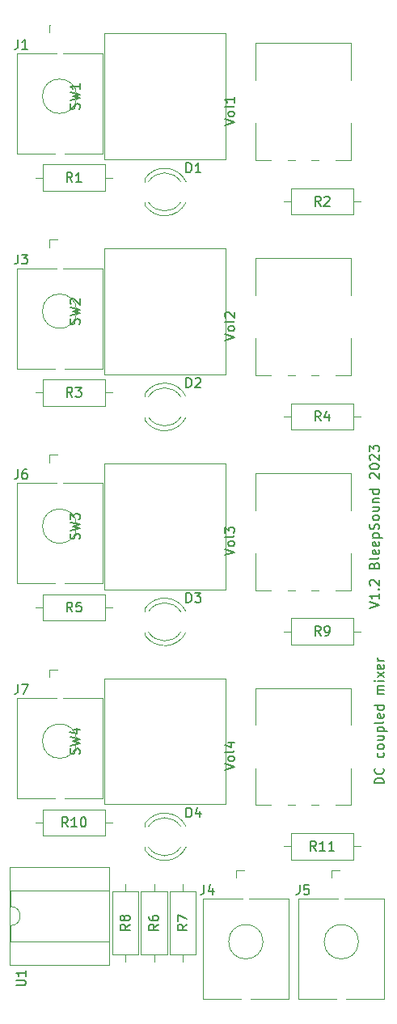
<source format=gto>
G04 #@! TF.GenerationSoftware,KiCad,Pcbnew,7.0.7-7.0.7~ubuntu22.04.1*
G04 #@! TF.CreationDate,2023-10-13T14:43:32+01:00*
G04 #@! TF.ProjectId,Basic-DC-mixer,42617369-632d-4444-932d-6d697865722e,rev?*
G04 #@! TF.SameCoordinates,Original*
G04 #@! TF.FileFunction,Legend,Top*
G04 #@! TF.FilePolarity,Positive*
%FSLAX46Y46*%
G04 Gerber Fmt 4.6, Leading zero omitted, Abs format (unit mm)*
G04 Created by KiCad (PCBNEW 7.0.7-7.0.7~ubuntu22.04.1) date 2023-10-13 14:43:32*
%MOMM*%
%LPD*%
G01*
G04 APERTURE LIST*
%ADD10C,0.150000*%
%ADD11C,0.120000*%
%ADD12C,4.000000*%
%ADD13C,1.800000*%
%ADD14R,1.930000X1.830000*%
%ADD15C,2.130000*%
%ADD16O,3.700000X2.400000*%
%ADD17C,1.600000*%
%ADD18O,1.600000X1.600000*%
%ADD19R,1.800000X1.800000*%
%ADD20R,1.600000X1.600000*%
%ADD21C,1.700000*%
G04 APERTURE END LIST*
D10*
X69454819Y-111900000D02*
X68454819Y-111900000D01*
X68454819Y-111900000D02*
X68454819Y-111661905D01*
X68454819Y-111661905D02*
X68502438Y-111519048D01*
X68502438Y-111519048D02*
X68597676Y-111423810D01*
X68597676Y-111423810D02*
X68692914Y-111376191D01*
X68692914Y-111376191D02*
X68883390Y-111328572D01*
X68883390Y-111328572D02*
X69026247Y-111328572D01*
X69026247Y-111328572D02*
X69216723Y-111376191D01*
X69216723Y-111376191D02*
X69311961Y-111423810D01*
X69311961Y-111423810D02*
X69407200Y-111519048D01*
X69407200Y-111519048D02*
X69454819Y-111661905D01*
X69454819Y-111661905D02*
X69454819Y-111900000D01*
X69359580Y-110328572D02*
X69407200Y-110376191D01*
X69407200Y-110376191D02*
X69454819Y-110519048D01*
X69454819Y-110519048D02*
X69454819Y-110614286D01*
X69454819Y-110614286D02*
X69407200Y-110757143D01*
X69407200Y-110757143D02*
X69311961Y-110852381D01*
X69311961Y-110852381D02*
X69216723Y-110900000D01*
X69216723Y-110900000D02*
X69026247Y-110947619D01*
X69026247Y-110947619D02*
X68883390Y-110947619D01*
X68883390Y-110947619D02*
X68692914Y-110900000D01*
X68692914Y-110900000D02*
X68597676Y-110852381D01*
X68597676Y-110852381D02*
X68502438Y-110757143D01*
X68502438Y-110757143D02*
X68454819Y-110614286D01*
X68454819Y-110614286D02*
X68454819Y-110519048D01*
X68454819Y-110519048D02*
X68502438Y-110376191D01*
X68502438Y-110376191D02*
X68550057Y-110328572D01*
X69407200Y-108709524D02*
X69454819Y-108804762D01*
X69454819Y-108804762D02*
X69454819Y-108995238D01*
X69454819Y-108995238D02*
X69407200Y-109090476D01*
X69407200Y-109090476D02*
X69359580Y-109138095D01*
X69359580Y-109138095D02*
X69264342Y-109185714D01*
X69264342Y-109185714D02*
X68978628Y-109185714D01*
X68978628Y-109185714D02*
X68883390Y-109138095D01*
X68883390Y-109138095D02*
X68835771Y-109090476D01*
X68835771Y-109090476D02*
X68788152Y-108995238D01*
X68788152Y-108995238D02*
X68788152Y-108804762D01*
X68788152Y-108804762D02*
X68835771Y-108709524D01*
X69454819Y-108138095D02*
X69407200Y-108233333D01*
X69407200Y-108233333D02*
X69359580Y-108280952D01*
X69359580Y-108280952D02*
X69264342Y-108328571D01*
X69264342Y-108328571D02*
X68978628Y-108328571D01*
X68978628Y-108328571D02*
X68883390Y-108280952D01*
X68883390Y-108280952D02*
X68835771Y-108233333D01*
X68835771Y-108233333D02*
X68788152Y-108138095D01*
X68788152Y-108138095D02*
X68788152Y-107995238D01*
X68788152Y-107995238D02*
X68835771Y-107900000D01*
X68835771Y-107900000D02*
X68883390Y-107852381D01*
X68883390Y-107852381D02*
X68978628Y-107804762D01*
X68978628Y-107804762D02*
X69264342Y-107804762D01*
X69264342Y-107804762D02*
X69359580Y-107852381D01*
X69359580Y-107852381D02*
X69407200Y-107900000D01*
X69407200Y-107900000D02*
X69454819Y-107995238D01*
X69454819Y-107995238D02*
X69454819Y-108138095D01*
X68788152Y-106947619D02*
X69454819Y-106947619D01*
X68788152Y-107376190D02*
X69311961Y-107376190D01*
X69311961Y-107376190D02*
X69407200Y-107328571D01*
X69407200Y-107328571D02*
X69454819Y-107233333D01*
X69454819Y-107233333D02*
X69454819Y-107090476D01*
X69454819Y-107090476D02*
X69407200Y-106995238D01*
X69407200Y-106995238D02*
X69359580Y-106947619D01*
X68788152Y-106471428D02*
X69788152Y-106471428D01*
X68835771Y-106471428D02*
X68788152Y-106376190D01*
X68788152Y-106376190D02*
X68788152Y-106185714D01*
X68788152Y-106185714D02*
X68835771Y-106090476D01*
X68835771Y-106090476D02*
X68883390Y-106042857D01*
X68883390Y-106042857D02*
X68978628Y-105995238D01*
X68978628Y-105995238D02*
X69264342Y-105995238D01*
X69264342Y-105995238D02*
X69359580Y-106042857D01*
X69359580Y-106042857D02*
X69407200Y-106090476D01*
X69407200Y-106090476D02*
X69454819Y-106185714D01*
X69454819Y-106185714D02*
X69454819Y-106376190D01*
X69454819Y-106376190D02*
X69407200Y-106471428D01*
X69454819Y-105423809D02*
X69407200Y-105519047D01*
X69407200Y-105519047D02*
X69311961Y-105566666D01*
X69311961Y-105566666D02*
X68454819Y-105566666D01*
X69407200Y-104661904D02*
X69454819Y-104757142D01*
X69454819Y-104757142D02*
X69454819Y-104947618D01*
X69454819Y-104947618D02*
X69407200Y-105042856D01*
X69407200Y-105042856D02*
X69311961Y-105090475D01*
X69311961Y-105090475D02*
X68931009Y-105090475D01*
X68931009Y-105090475D02*
X68835771Y-105042856D01*
X68835771Y-105042856D02*
X68788152Y-104947618D01*
X68788152Y-104947618D02*
X68788152Y-104757142D01*
X68788152Y-104757142D02*
X68835771Y-104661904D01*
X68835771Y-104661904D02*
X68931009Y-104614285D01*
X68931009Y-104614285D02*
X69026247Y-104614285D01*
X69026247Y-104614285D02*
X69121485Y-105090475D01*
X69454819Y-103757142D02*
X68454819Y-103757142D01*
X69407200Y-103757142D02*
X69454819Y-103852380D01*
X69454819Y-103852380D02*
X69454819Y-104042856D01*
X69454819Y-104042856D02*
X69407200Y-104138094D01*
X69407200Y-104138094D02*
X69359580Y-104185713D01*
X69359580Y-104185713D02*
X69264342Y-104233332D01*
X69264342Y-104233332D02*
X68978628Y-104233332D01*
X68978628Y-104233332D02*
X68883390Y-104185713D01*
X68883390Y-104185713D02*
X68835771Y-104138094D01*
X68835771Y-104138094D02*
X68788152Y-104042856D01*
X68788152Y-104042856D02*
X68788152Y-103852380D01*
X68788152Y-103852380D02*
X68835771Y-103757142D01*
X69454819Y-102519046D02*
X68788152Y-102519046D01*
X68883390Y-102519046D02*
X68835771Y-102471427D01*
X68835771Y-102471427D02*
X68788152Y-102376189D01*
X68788152Y-102376189D02*
X68788152Y-102233332D01*
X68788152Y-102233332D02*
X68835771Y-102138094D01*
X68835771Y-102138094D02*
X68931009Y-102090475D01*
X68931009Y-102090475D02*
X69454819Y-102090475D01*
X68931009Y-102090475D02*
X68835771Y-102042856D01*
X68835771Y-102042856D02*
X68788152Y-101947618D01*
X68788152Y-101947618D02*
X68788152Y-101804761D01*
X68788152Y-101804761D02*
X68835771Y-101709522D01*
X68835771Y-101709522D02*
X68931009Y-101661903D01*
X68931009Y-101661903D02*
X69454819Y-101661903D01*
X69454819Y-101185713D02*
X68788152Y-101185713D01*
X68454819Y-101185713D02*
X68502438Y-101233332D01*
X68502438Y-101233332D02*
X68550057Y-101185713D01*
X68550057Y-101185713D02*
X68502438Y-101138094D01*
X68502438Y-101138094D02*
X68454819Y-101185713D01*
X68454819Y-101185713D02*
X68550057Y-101185713D01*
X69454819Y-100804761D02*
X68788152Y-100280952D01*
X68788152Y-100804761D02*
X69454819Y-100280952D01*
X69407200Y-99519047D02*
X69454819Y-99614285D01*
X69454819Y-99614285D02*
X69454819Y-99804761D01*
X69454819Y-99804761D02*
X69407200Y-99899999D01*
X69407200Y-99899999D02*
X69311961Y-99947618D01*
X69311961Y-99947618D02*
X68931009Y-99947618D01*
X68931009Y-99947618D02*
X68835771Y-99899999D01*
X68835771Y-99899999D02*
X68788152Y-99804761D01*
X68788152Y-99804761D02*
X68788152Y-99614285D01*
X68788152Y-99614285D02*
X68835771Y-99519047D01*
X68835771Y-99519047D02*
X68931009Y-99471428D01*
X68931009Y-99471428D02*
X69026247Y-99471428D01*
X69026247Y-99471428D02*
X69121485Y-99947618D01*
X69454819Y-99042856D02*
X68788152Y-99042856D01*
X68978628Y-99042856D02*
X68883390Y-98995237D01*
X68883390Y-98995237D02*
X68835771Y-98947618D01*
X68835771Y-98947618D02*
X68788152Y-98852380D01*
X68788152Y-98852380D02*
X68788152Y-98757142D01*
X67954819Y-93547619D02*
X68954819Y-93214286D01*
X68954819Y-93214286D02*
X67954819Y-92880953D01*
X68954819Y-92023810D02*
X68954819Y-92595238D01*
X68954819Y-92309524D02*
X67954819Y-92309524D01*
X67954819Y-92309524D02*
X68097676Y-92404762D01*
X68097676Y-92404762D02*
X68192914Y-92500000D01*
X68192914Y-92500000D02*
X68240533Y-92595238D01*
X68859580Y-91595238D02*
X68907200Y-91547619D01*
X68907200Y-91547619D02*
X68954819Y-91595238D01*
X68954819Y-91595238D02*
X68907200Y-91642857D01*
X68907200Y-91642857D02*
X68859580Y-91595238D01*
X68859580Y-91595238D02*
X68954819Y-91595238D01*
X68050057Y-91166667D02*
X68002438Y-91119048D01*
X68002438Y-91119048D02*
X67954819Y-91023810D01*
X67954819Y-91023810D02*
X67954819Y-90785715D01*
X67954819Y-90785715D02*
X68002438Y-90690477D01*
X68002438Y-90690477D02*
X68050057Y-90642858D01*
X68050057Y-90642858D02*
X68145295Y-90595239D01*
X68145295Y-90595239D02*
X68240533Y-90595239D01*
X68240533Y-90595239D02*
X68383390Y-90642858D01*
X68383390Y-90642858D02*
X68954819Y-91214286D01*
X68954819Y-91214286D02*
X68954819Y-90595239D01*
X68431009Y-89071429D02*
X68478628Y-88928572D01*
X68478628Y-88928572D02*
X68526247Y-88880953D01*
X68526247Y-88880953D02*
X68621485Y-88833334D01*
X68621485Y-88833334D02*
X68764342Y-88833334D01*
X68764342Y-88833334D02*
X68859580Y-88880953D01*
X68859580Y-88880953D02*
X68907200Y-88928572D01*
X68907200Y-88928572D02*
X68954819Y-89023810D01*
X68954819Y-89023810D02*
X68954819Y-89404762D01*
X68954819Y-89404762D02*
X67954819Y-89404762D01*
X67954819Y-89404762D02*
X67954819Y-89071429D01*
X67954819Y-89071429D02*
X68002438Y-88976191D01*
X68002438Y-88976191D02*
X68050057Y-88928572D01*
X68050057Y-88928572D02*
X68145295Y-88880953D01*
X68145295Y-88880953D02*
X68240533Y-88880953D01*
X68240533Y-88880953D02*
X68335771Y-88928572D01*
X68335771Y-88928572D02*
X68383390Y-88976191D01*
X68383390Y-88976191D02*
X68431009Y-89071429D01*
X68431009Y-89071429D02*
X68431009Y-89404762D01*
X68954819Y-88261905D02*
X68907200Y-88357143D01*
X68907200Y-88357143D02*
X68811961Y-88404762D01*
X68811961Y-88404762D02*
X67954819Y-88404762D01*
X68907200Y-87500000D02*
X68954819Y-87595238D01*
X68954819Y-87595238D02*
X68954819Y-87785714D01*
X68954819Y-87785714D02*
X68907200Y-87880952D01*
X68907200Y-87880952D02*
X68811961Y-87928571D01*
X68811961Y-87928571D02*
X68431009Y-87928571D01*
X68431009Y-87928571D02*
X68335771Y-87880952D01*
X68335771Y-87880952D02*
X68288152Y-87785714D01*
X68288152Y-87785714D02*
X68288152Y-87595238D01*
X68288152Y-87595238D02*
X68335771Y-87500000D01*
X68335771Y-87500000D02*
X68431009Y-87452381D01*
X68431009Y-87452381D02*
X68526247Y-87452381D01*
X68526247Y-87452381D02*
X68621485Y-87928571D01*
X68907200Y-86642857D02*
X68954819Y-86738095D01*
X68954819Y-86738095D02*
X68954819Y-86928571D01*
X68954819Y-86928571D02*
X68907200Y-87023809D01*
X68907200Y-87023809D02*
X68811961Y-87071428D01*
X68811961Y-87071428D02*
X68431009Y-87071428D01*
X68431009Y-87071428D02*
X68335771Y-87023809D01*
X68335771Y-87023809D02*
X68288152Y-86928571D01*
X68288152Y-86928571D02*
X68288152Y-86738095D01*
X68288152Y-86738095D02*
X68335771Y-86642857D01*
X68335771Y-86642857D02*
X68431009Y-86595238D01*
X68431009Y-86595238D02*
X68526247Y-86595238D01*
X68526247Y-86595238D02*
X68621485Y-87071428D01*
X68288152Y-86166666D02*
X69288152Y-86166666D01*
X68335771Y-86166666D02*
X68288152Y-86071428D01*
X68288152Y-86071428D02*
X68288152Y-85880952D01*
X68288152Y-85880952D02*
X68335771Y-85785714D01*
X68335771Y-85785714D02*
X68383390Y-85738095D01*
X68383390Y-85738095D02*
X68478628Y-85690476D01*
X68478628Y-85690476D02*
X68764342Y-85690476D01*
X68764342Y-85690476D02*
X68859580Y-85738095D01*
X68859580Y-85738095D02*
X68907200Y-85785714D01*
X68907200Y-85785714D02*
X68954819Y-85880952D01*
X68954819Y-85880952D02*
X68954819Y-86071428D01*
X68954819Y-86071428D02*
X68907200Y-86166666D01*
X68907200Y-85309523D02*
X68954819Y-85166666D01*
X68954819Y-85166666D02*
X68954819Y-84928571D01*
X68954819Y-84928571D02*
X68907200Y-84833333D01*
X68907200Y-84833333D02*
X68859580Y-84785714D01*
X68859580Y-84785714D02*
X68764342Y-84738095D01*
X68764342Y-84738095D02*
X68669104Y-84738095D01*
X68669104Y-84738095D02*
X68573866Y-84785714D01*
X68573866Y-84785714D02*
X68526247Y-84833333D01*
X68526247Y-84833333D02*
X68478628Y-84928571D01*
X68478628Y-84928571D02*
X68431009Y-85119047D01*
X68431009Y-85119047D02*
X68383390Y-85214285D01*
X68383390Y-85214285D02*
X68335771Y-85261904D01*
X68335771Y-85261904D02*
X68240533Y-85309523D01*
X68240533Y-85309523D02*
X68145295Y-85309523D01*
X68145295Y-85309523D02*
X68050057Y-85261904D01*
X68050057Y-85261904D02*
X68002438Y-85214285D01*
X68002438Y-85214285D02*
X67954819Y-85119047D01*
X67954819Y-85119047D02*
X67954819Y-84880952D01*
X67954819Y-84880952D02*
X68002438Y-84738095D01*
X68954819Y-84166666D02*
X68907200Y-84261904D01*
X68907200Y-84261904D02*
X68859580Y-84309523D01*
X68859580Y-84309523D02*
X68764342Y-84357142D01*
X68764342Y-84357142D02*
X68478628Y-84357142D01*
X68478628Y-84357142D02*
X68383390Y-84309523D01*
X68383390Y-84309523D02*
X68335771Y-84261904D01*
X68335771Y-84261904D02*
X68288152Y-84166666D01*
X68288152Y-84166666D02*
X68288152Y-84023809D01*
X68288152Y-84023809D02*
X68335771Y-83928571D01*
X68335771Y-83928571D02*
X68383390Y-83880952D01*
X68383390Y-83880952D02*
X68478628Y-83833333D01*
X68478628Y-83833333D02*
X68764342Y-83833333D01*
X68764342Y-83833333D02*
X68859580Y-83880952D01*
X68859580Y-83880952D02*
X68907200Y-83928571D01*
X68907200Y-83928571D02*
X68954819Y-84023809D01*
X68954819Y-84023809D02*
X68954819Y-84166666D01*
X68288152Y-82976190D02*
X68954819Y-82976190D01*
X68288152Y-83404761D02*
X68811961Y-83404761D01*
X68811961Y-83404761D02*
X68907200Y-83357142D01*
X68907200Y-83357142D02*
X68954819Y-83261904D01*
X68954819Y-83261904D02*
X68954819Y-83119047D01*
X68954819Y-83119047D02*
X68907200Y-83023809D01*
X68907200Y-83023809D02*
X68859580Y-82976190D01*
X68288152Y-82499999D02*
X68954819Y-82499999D01*
X68383390Y-82499999D02*
X68335771Y-82452380D01*
X68335771Y-82452380D02*
X68288152Y-82357142D01*
X68288152Y-82357142D02*
X68288152Y-82214285D01*
X68288152Y-82214285D02*
X68335771Y-82119047D01*
X68335771Y-82119047D02*
X68431009Y-82071428D01*
X68431009Y-82071428D02*
X68954819Y-82071428D01*
X68954819Y-81166666D02*
X67954819Y-81166666D01*
X68907200Y-81166666D02*
X68954819Y-81261904D01*
X68954819Y-81261904D02*
X68954819Y-81452380D01*
X68954819Y-81452380D02*
X68907200Y-81547618D01*
X68907200Y-81547618D02*
X68859580Y-81595237D01*
X68859580Y-81595237D02*
X68764342Y-81642856D01*
X68764342Y-81642856D02*
X68478628Y-81642856D01*
X68478628Y-81642856D02*
X68383390Y-81595237D01*
X68383390Y-81595237D02*
X68335771Y-81547618D01*
X68335771Y-81547618D02*
X68288152Y-81452380D01*
X68288152Y-81452380D02*
X68288152Y-81261904D01*
X68288152Y-81261904D02*
X68335771Y-81166666D01*
X68050057Y-79976189D02*
X68002438Y-79928570D01*
X68002438Y-79928570D02*
X67954819Y-79833332D01*
X67954819Y-79833332D02*
X67954819Y-79595237D01*
X67954819Y-79595237D02*
X68002438Y-79499999D01*
X68002438Y-79499999D02*
X68050057Y-79452380D01*
X68050057Y-79452380D02*
X68145295Y-79404761D01*
X68145295Y-79404761D02*
X68240533Y-79404761D01*
X68240533Y-79404761D02*
X68383390Y-79452380D01*
X68383390Y-79452380D02*
X68954819Y-80023808D01*
X68954819Y-80023808D02*
X68954819Y-79404761D01*
X67954819Y-78785713D02*
X67954819Y-78690475D01*
X67954819Y-78690475D02*
X68002438Y-78595237D01*
X68002438Y-78595237D02*
X68050057Y-78547618D01*
X68050057Y-78547618D02*
X68145295Y-78499999D01*
X68145295Y-78499999D02*
X68335771Y-78452380D01*
X68335771Y-78452380D02*
X68573866Y-78452380D01*
X68573866Y-78452380D02*
X68764342Y-78499999D01*
X68764342Y-78499999D02*
X68859580Y-78547618D01*
X68859580Y-78547618D02*
X68907200Y-78595237D01*
X68907200Y-78595237D02*
X68954819Y-78690475D01*
X68954819Y-78690475D02*
X68954819Y-78785713D01*
X68954819Y-78785713D02*
X68907200Y-78880951D01*
X68907200Y-78880951D02*
X68859580Y-78928570D01*
X68859580Y-78928570D02*
X68764342Y-78976189D01*
X68764342Y-78976189D02*
X68573866Y-79023808D01*
X68573866Y-79023808D02*
X68335771Y-79023808D01*
X68335771Y-79023808D02*
X68145295Y-78976189D01*
X68145295Y-78976189D02*
X68050057Y-78928570D01*
X68050057Y-78928570D02*
X68002438Y-78880951D01*
X68002438Y-78880951D02*
X67954819Y-78785713D01*
X68050057Y-78071427D02*
X68002438Y-78023808D01*
X68002438Y-78023808D02*
X67954819Y-77928570D01*
X67954819Y-77928570D02*
X67954819Y-77690475D01*
X67954819Y-77690475D02*
X68002438Y-77595237D01*
X68002438Y-77595237D02*
X68050057Y-77547618D01*
X68050057Y-77547618D02*
X68145295Y-77499999D01*
X68145295Y-77499999D02*
X68240533Y-77499999D01*
X68240533Y-77499999D02*
X68383390Y-77547618D01*
X68383390Y-77547618D02*
X68954819Y-78119046D01*
X68954819Y-78119046D02*
X68954819Y-77499999D01*
X67954819Y-77166665D02*
X67954819Y-76547618D01*
X67954819Y-76547618D02*
X68335771Y-76880951D01*
X68335771Y-76880951D02*
X68335771Y-76738094D01*
X68335771Y-76738094D02*
X68383390Y-76642856D01*
X68383390Y-76642856D02*
X68431009Y-76595237D01*
X68431009Y-76595237D02*
X68526247Y-76547618D01*
X68526247Y-76547618D02*
X68764342Y-76547618D01*
X68764342Y-76547618D02*
X68859580Y-76595237D01*
X68859580Y-76595237D02*
X68907200Y-76642856D01*
X68907200Y-76642856D02*
X68954819Y-76738094D01*
X68954819Y-76738094D02*
X68954819Y-77023808D01*
X68954819Y-77023808D02*
X68907200Y-77119046D01*
X68907200Y-77119046D02*
X68859580Y-77166665D01*
X52804819Y-88023809D02*
X53804819Y-87690476D01*
X53804819Y-87690476D02*
X52804819Y-87357143D01*
X53804819Y-86880952D02*
X53757200Y-86976190D01*
X53757200Y-86976190D02*
X53709580Y-87023809D01*
X53709580Y-87023809D02*
X53614342Y-87071428D01*
X53614342Y-87071428D02*
X53328628Y-87071428D01*
X53328628Y-87071428D02*
X53233390Y-87023809D01*
X53233390Y-87023809D02*
X53185771Y-86976190D01*
X53185771Y-86976190D02*
X53138152Y-86880952D01*
X53138152Y-86880952D02*
X53138152Y-86738095D01*
X53138152Y-86738095D02*
X53185771Y-86642857D01*
X53185771Y-86642857D02*
X53233390Y-86595238D01*
X53233390Y-86595238D02*
X53328628Y-86547619D01*
X53328628Y-86547619D02*
X53614342Y-86547619D01*
X53614342Y-86547619D02*
X53709580Y-86595238D01*
X53709580Y-86595238D02*
X53757200Y-86642857D01*
X53757200Y-86642857D02*
X53804819Y-86738095D01*
X53804819Y-86738095D02*
X53804819Y-86880952D01*
X53804819Y-85976190D02*
X53757200Y-86071428D01*
X53757200Y-86071428D02*
X53661961Y-86119047D01*
X53661961Y-86119047D02*
X52804819Y-86119047D01*
X52804819Y-85690475D02*
X52804819Y-85071428D01*
X52804819Y-85071428D02*
X53185771Y-85404761D01*
X53185771Y-85404761D02*
X53185771Y-85261904D01*
X53185771Y-85261904D02*
X53233390Y-85166666D01*
X53233390Y-85166666D02*
X53281009Y-85119047D01*
X53281009Y-85119047D02*
X53376247Y-85071428D01*
X53376247Y-85071428D02*
X53614342Y-85071428D01*
X53614342Y-85071428D02*
X53709580Y-85119047D01*
X53709580Y-85119047D02*
X53757200Y-85166666D01*
X53757200Y-85166666D02*
X53804819Y-85261904D01*
X53804819Y-85261904D02*
X53804819Y-85547618D01*
X53804819Y-85547618D02*
X53757200Y-85642856D01*
X53757200Y-85642856D02*
X53709580Y-85690475D01*
X52804819Y-110523809D02*
X53804819Y-110190476D01*
X53804819Y-110190476D02*
X52804819Y-109857143D01*
X53804819Y-109380952D02*
X53757200Y-109476190D01*
X53757200Y-109476190D02*
X53709580Y-109523809D01*
X53709580Y-109523809D02*
X53614342Y-109571428D01*
X53614342Y-109571428D02*
X53328628Y-109571428D01*
X53328628Y-109571428D02*
X53233390Y-109523809D01*
X53233390Y-109523809D02*
X53185771Y-109476190D01*
X53185771Y-109476190D02*
X53138152Y-109380952D01*
X53138152Y-109380952D02*
X53138152Y-109238095D01*
X53138152Y-109238095D02*
X53185771Y-109142857D01*
X53185771Y-109142857D02*
X53233390Y-109095238D01*
X53233390Y-109095238D02*
X53328628Y-109047619D01*
X53328628Y-109047619D02*
X53614342Y-109047619D01*
X53614342Y-109047619D02*
X53709580Y-109095238D01*
X53709580Y-109095238D02*
X53757200Y-109142857D01*
X53757200Y-109142857D02*
X53804819Y-109238095D01*
X53804819Y-109238095D02*
X53804819Y-109380952D01*
X53804819Y-108476190D02*
X53757200Y-108571428D01*
X53757200Y-108571428D02*
X53661961Y-108619047D01*
X53661961Y-108619047D02*
X52804819Y-108619047D01*
X53138152Y-107666666D02*
X53804819Y-107666666D01*
X52757200Y-107904761D02*
X53471485Y-108142856D01*
X53471485Y-108142856D02*
X53471485Y-107523809D01*
X50636666Y-122534819D02*
X50636666Y-123249104D01*
X50636666Y-123249104D02*
X50589047Y-123391961D01*
X50589047Y-123391961D02*
X50493809Y-123487200D01*
X50493809Y-123487200D02*
X50350952Y-123534819D01*
X50350952Y-123534819D02*
X50255714Y-123534819D01*
X51541428Y-122868152D02*
X51541428Y-123534819D01*
X51303333Y-122487200D02*
X51065238Y-123201485D01*
X51065238Y-123201485D02*
X51684285Y-123201485D01*
X37557200Y-108833332D02*
X37604819Y-108690475D01*
X37604819Y-108690475D02*
X37604819Y-108452380D01*
X37604819Y-108452380D02*
X37557200Y-108357142D01*
X37557200Y-108357142D02*
X37509580Y-108309523D01*
X37509580Y-108309523D02*
X37414342Y-108261904D01*
X37414342Y-108261904D02*
X37319104Y-108261904D01*
X37319104Y-108261904D02*
X37223866Y-108309523D01*
X37223866Y-108309523D02*
X37176247Y-108357142D01*
X37176247Y-108357142D02*
X37128628Y-108452380D01*
X37128628Y-108452380D02*
X37081009Y-108642856D01*
X37081009Y-108642856D02*
X37033390Y-108738094D01*
X37033390Y-108738094D02*
X36985771Y-108785713D01*
X36985771Y-108785713D02*
X36890533Y-108833332D01*
X36890533Y-108833332D02*
X36795295Y-108833332D01*
X36795295Y-108833332D02*
X36700057Y-108785713D01*
X36700057Y-108785713D02*
X36652438Y-108738094D01*
X36652438Y-108738094D02*
X36604819Y-108642856D01*
X36604819Y-108642856D02*
X36604819Y-108404761D01*
X36604819Y-108404761D02*
X36652438Y-108261904D01*
X36604819Y-107928570D02*
X37604819Y-107690475D01*
X37604819Y-107690475D02*
X36890533Y-107499999D01*
X36890533Y-107499999D02*
X37604819Y-107309523D01*
X37604819Y-107309523D02*
X36604819Y-107071428D01*
X36938152Y-106261904D02*
X37604819Y-106261904D01*
X36557200Y-106499999D02*
X37271485Y-106738094D01*
X37271485Y-106738094D02*
X37271485Y-106119047D01*
X42854819Y-126666666D02*
X42378628Y-126999999D01*
X42854819Y-127238094D02*
X41854819Y-127238094D01*
X41854819Y-127238094D02*
X41854819Y-126857142D01*
X41854819Y-126857142D02*
X41902438Y-126761904D01*
X41902438Y-126761904D02*
X41950057Y-126714285D01*
X41950057Y-126714285D02*
X42045295Y-126666666D01*
X42045295Y-126666666D02*
X42188152Y-126666666D01*
X42188152Y-126666666D02*
X42283390Y-126714285D01*
X42283390Y-126714285D02*
X42331009Y-126761904D01*
X42331009Y-126761904D02*
X42378628Y-126857142D01*
X42378628Y-126857142D02*
X42378628Y-127238094D01*
X42283390Y-126095237D02*
X42235771Y-126190475D01*
X42235771Y-126190475D02*
X42188152Y-126238094D01*
X42188152Y-126238094D02*
X42092914Y-126285713D01*
X42092914Y-126285713D02*
X42045295Y-126285713D01*
X42045295Y-126285713D02*
X41950057Y-126238094D01*
X41950057Y-126238094D02*
X41902438Y-126190475D01*
X41902438Y-126190475D02*
X41854819Y-126095237D01*
X41854819Y-126095237D02*
X41854819Y-125904761D01*
X41854819Y-125904761D02*
X41902438Y-125809523D01*
X41902438Y-125809523D02*
X41950057Y-125761904D01*
X41950057Y-125761904D02*
X42045295Y-125714285D01*
X42045295Y-125714285D02*
X42092914Y-125714285D01*
X42092914Y-125714285D02*
X42188152Y-125761904D01*
X42188152Y-125761904D02*
X42235771Y-125809523D01*
X42235771Y-125809523D02*
X42283390Y-125904761D01*
X42283390Y-125904761D02*
X42283390Y-126095237D01*
X42283390Y-126095237D02*
X42331009Y-126190475D01*
X42331009Y-126190475D02*
X42378628Y-126238094D01*
X42378628Y-126238094D02*
X42473866Y-126285713D01*
X42473866Y-126285713D02*
X42664342Y-126285713D01*
X42664342Y-126285713D02*
X42759580Y-126238094D01*
X42759580Y-126238094D02*
X42807200Y-126190475D01*
X42807200Y-126190475D02*
X42854819Y-126095237D01*
X42854819Y-126095237D02*
X42854819Y-125904761D01*
X42854819Y-125904761D02*
X42807200Y-125809523D01*
X42807200Y-125809523D02*
X42759580Y-125761904D01*
X42759580Y-125761904D02*
X42664342Y-125714285D01*
X42664342Y-125714285D02*
X42473866Y-125714285D01*
X42473866Y-125714285D02*
X42378628Y-125761904D01*
X42378628Y-125761904D02*
X42331009Y-125809523D01*
X42331009Y-125809523D02*
X42283390Y-125904761D01*
X48761905Y-70454819D02*
X48761905Y-69454819D01*
X48761905Y-69454819D02*
X49000000Y-69454819D01*
X49000000Y-69454819D02*
X49142857Y-69502438D01*
X49142857Y-69502438D02*
X49238095Y-69597676D01*
X49238095Y-69597676D02*
X49285714Y-69692914D01*
X49285714Y-69692914D02*
X49333333Y-69883390D01*
X49333333Y-69883390D02*
X49333333Y-70026247D01*
X49333333Y-70026247D02*
X49285714Y-70216723D01*
X49285714Y-70216723D02*
X49238095Y-70311961D01*
X49238095Y-70311961D02*
X49142857Y-70407200D01*
X49142857Y-70407200D02*
X49000000Y-70454819D01*
X49000000Y-70454819D02*
X48761905Y-70454819D01*
X49714286Y-69550057D02*
X49761905Y-69502438D01*
X49761905Y-69502438D02*
X49857143Y-69454819D01*
X49857143Y-69454819D02*
X50095238Y-69454819D01*
X50095238Y-69454819D02*
X50190476Y-69502438D01*
X50190476Y-69502438D02*
X50238095Y-69550057D01*
X50238095Y-69550057D02*
X50285714Y-69645295D01*
X50285714Y-69645295D02*
X50285714Y-69740533D01*
X50285714Y-69740533D02*
X50238095Y-69883390D01*
X50238095Y-69883390D02*
X49666667Y-70454819D01*
X49666667Y-70454819D02*
X50285714Y-70454819D01*
X62357142Y-118954819D02*
X62023809Y-118478628D01*
X61785714Y-118954819D02*
X61785714Y-117954819D01*
X61785714Y-117954819D02*
X62166666Y-117954819D01*
X62166666Y-117954819D02*
X62261904Y-118002438D01*
X62261904Y-118002438D02*
X62309523Y-118050057D01*
X62309523Y-118050057D02*
X62357142Y-118145295D01*
X62357142Y-118145295D02*
X62357142Y-118288152D01*
X62357142Y-118288152D02*
X62309523Y-118383390D01*
X62309523Y-118383390D02*
X62261904Y-118431009D01*
X62261904Y-118431009D02*
X62166666Y-118478628D01*
X62166666Y-118478628D02*
X61785714Y-118478628D01*
X63309523Y-118954819D02*
X62738095Y-118954819D01*
X63023809Y-118954819D02*
X63023809Y-117954819D01*
X63023809Y-117954819D02*
X62928571Y-118097676D01*
X62928571Y-118097676D02*
X62833333Y-118192914D01*
X62833333Y-118192914D02*
X62738095Y-118240533D01*
X64261904Y-118954819D02*
X63690476Y-118954819D01*
X63976190Y-118954819D02*
X63976190Y-117954819D01*
X63976190Y-117954819D02*
X63880952Y-118097676D01*
X63880952Y-118097676D02*
X63785714Y-118192914D01*
X63785714Y-118192914D02*
X63690476Y-118240533D01*
X62833333Y-96454819D02*
X62500000Y-95978628D01*
X62261905Y-96454819D02*
X62261905Y-95454819D01*
X62261905Y-95454819D02*
X62642857Y-95454819D01*
X62642857Y-95454819D02*
X62738095Y-95502438D01*
X62738095Y-95502438D02*
X62785714Y-95550057D01*
X62785714Y-95550057D02*
X62833333Y-95645295D01*
X62833333Y-95645295D02*
X62833333Y-95788152D01*
X62833333Y-95788152D02*
X62785714Y-95883390D01*
X62785714Y-95883390D02*
X62738095Y-95931009D01*
X62738095Y-95931009D02*
X62642857Y-95978628D01*
X62642857Y-95978628D02*
X62261905Y-95978628D01*
X63309524Y-96454819D02*
X63500000Y-96454819D01*
X63500000Y-96454819D02*
X63595238Y-96407200D01*
X63595238Y-96407200D02*
X63642857Y-96359580D01*
X63642857Y-96359580D02*
X63738095Y-96216723D01*
X63738095Y-96216723D02*
X63785714Y-96026247D01*
X63785714Y-96026247D02*
X63785714Y-95645295D01*
X63785714Y-95645295D02*
X63738095Y-95550057D01*
X63738095Y-95550057D02*
X63690476Y-95502438D01*
X63690476Y-95502438D02*
X63595238Y-95454819D01*
X63595238Y-95454819D02*
X63404762Y-95454819D01*
X63404762Y-95454819D02*
X63309524Y-95502438D01*
X63309524Y-95502438D02*
X63261905Y-95550057D01*
X63261905Y-95550057D02*
X63214286Y-95645295D01*
X63214286Y-95645295D02*
X63214286Y-95883390D01*
X63214286Y-95883390D02*
X63261905Y-95978628D01*
X63261905Y-95978628D02*
X63309524Y-96026247D01*
X63309524Y-96026247D02*
X63404762Y-96073866D01*
X63404762Y-96073866D02*
X63595238Y-96073866D01*
X63595238Y-96073866D02*
X63690476Y-96026247D01*
X63690476Y-96026247D02*
X63738095Y-95978628D01*
X63738095Y-95978628D02*
X63785714Y-95883390D01*
X52804819Y-65523809D02*
X53804819Y-65190476D01*
X53804819Y-65190476D02*
X52804819Y-64857143D01*
X53804819Y-64380952D02*
X53757200Y-64476190D01*
X53757200Y-64476190D02*
X53709580Y-64523809D01*
X53709580Y-64523809D02*
X53614342Y-64571428D01*
X53614342Y-64571428D02*
X53328628Y-64571428D01*
X53328628Y-64571428D02*
X53233390Y-64523809D01*
X53233390Y-64523809D02*
X53185771Y-64476190D01*
X53185771Y-64476190D02*
X53138152Y-64380952D01*
X53138152Y-64380952D02*
X53138152Y-64238095D01*
X53138152Y-64238095D02*
X53185771Y-64142857D01*
X53185771Y-64142857D02*
X53233390Y-64095238D01*
X53233390Y-64095238D02*
X53328628Y-64047619D01*
X53328628Y-64047619D02*
X53614342Y-64047619D01*
X53614342Y-64047619D02*
X53709580Y-64095238D01*
X53709580Y-64095238D02*
X53757200Y-64142857D01*
X53757200Y-64142857D02*
X53804819Y-64238095D01*
X53804819Y-64238095D02*
X53804819Y-64380952D01*
X53804819Y-63476190D02*
X53757200Y-63571428D01*
X53757200Y-63571428D02*
X53661961Y-63619047D01*
X53661961Y-63619047D02*
X52804819Y-63619047D01*
X52900057Y-63142856D02*
X52852438Y-63095237D01*
X52852438Y-63095237D02*
X52804819Y-62999999D01*
X52804819Y-62999999D02*
X52804819Y-62761904D01*
X52804819Y-62761904D02*
X52852438Y-62666666D01*
X52852438Y-62666666D02*
X52900057Y-62619047D01*
X52900057Y-62619047D02*
X52995295Y-62571428D01*
X52995295Y-62571428D02*
X53090533Y-62571428D01*
X53090533Y-62571428D02*
X53233390Y-62619047D01*
X53233390Y-62619047D02*
X53804819Y-63190475D01*
X53804819Y-63190475D02*
X53804819Y-62571428D01*
X36833333Y-48954819D02*
X36500000Y-48478628D01*
X36261905Y-48954819D02*
X36261905Y-47954819D01*
X36261905Y-47954819D02*
X36642857Y-47954819D01*
X36642857Y-47954819D02*
X36738095Y-48002438D01*
X36738095Y-48002438D02*
X36785714Y-48050057D01*
X36785714Y-48050057D02*
X36833333Y-48145295D01*
X36833333Y-48145295D02*
X36833333Y-48288152D01*
X36833333Y-48288152D02*
X36785714Y-48383390D01*
X36785714Y-48383390D02*
X36738095Y-48431009D01*
X36738095Y-48431009D02*
X36642857Y-48478628D01*
X36642857Y-48478628D02*
X36261905Y-48478628D01*
X37785714Y-48954819D02*
X37214286Y-48954819D01*
X37500000Y-48954819D02*
X37500000Y-47954819D01*
X37500000Y-47954819D02*
X37404762Y-48097676D01*
X37404762Y-48097676D02*
X37309524Y-48192914D01*
X37309524Y-48192914D02*
X37214286Y-48240533D01*
X31136666Y-56534819D02*
X31136666Y-57249104D01*
X31136666Y-57249104D02*
X31089047Y-57391961D01*
X31089047Y-57391961D02*
X30993809Y-57487200D01*
X30993809Y-57487200D02*
X30850952Y-57534819D01*
X30850952Y-57534819D02*
X30755714Y-57534819D01*
X31517619Y-56534819D02*
X32136666Y-56534819D01*
X32136666Y-56534819D02*
X31803333Y-56915771D01*
X31803333Y-56915771D02*
X31946190Y-56915771D01*
X31946190Y-56915771D02*
X32041428Y-56963390D01*
X32041428Y-56963390D02*
X32089047Y-57011009D01*
X32089047Y-57011009D02*
X32136666Y-57106247D01*
X32136666Y-57106247D02*
X32136666Y-57344342D01*
X32136666Y-57344342D02*
X32089047Y-57439580D01*
X32089047Y-57439580D02*
X32041428Y-57487200D01*
X32041428Y-57487200D02*
X31946190Y-57534819D01*
X31946190Y-57534819D02*
X31660476Y-57534819D01*
X31660476Y-57534819D02*
X31565238Y-57487200D01*
X31565238Y-57487200D02*
X31517619Y-57439580D01*
X36357142Y-116454819D02*
X36023809Y-115978628D01*
X35785714Y-116454819D02*
X35785714Y-115454819D01*
X35785714Y-115454819D02*
X36166666Y-115454819D01*
X36166666Y-115454819D02*
X36261904Y-115502438D01*
X36261904Y-115502438D02*
X36309523Y-115550057D01*
X36309523Y-115550057D02*
X36357142Y-115645295D01*
X36357142Y-115645295D02*
X36357142Y-115788152D01*
X36357142Y-115788152D02*
X36309523Y-115883390D01*
X36309523Y-115883390D02*
X36261904Y-115931009D01*
X36261904Y-115931009D02*
X36166666Y-115978628D01*
X36166666Y-115978628D02*
X35785714Y-115978628D01*
X37309523Y-116454819D02*
X36738095Y-116454819D01*
X37023809Y-116454819D02*
X37023809Y-115454819D01*
X37023809Y-115454819D02*
X36928571Y-115597676D01*
X36928571Y-115597676D02*
X36833333Y-115692914D01*
X36833333Y-115692914D02*
X36738095Y-115740533D01*
X37928571Y-115454819D02*
X38023809Y-115454819D01*
X38023809Y-115454819D02*
X38119047Y-115502438D01*
X38119047Y-115502438D02*
X38166666Y-115550057D01*
X38166666Y-115550057D02*
X38214285Y-115645295D01*
X38214285Y-115645295D02*
X38261904Y-115835771D01*
X38261904Y-115835771D02*
X38261904Y-116073866D01*
X38261904Y-116073866D02*
X38214285Y-116264342D01*
X38214285Y-116264342D02*
X38166666Y-116359580D01*
X38166666Y-116359580D02*
X38119047Y-116407200D01*
X38119047Y-116407200D02*
X38023809Y-116454819D01*
X38023809Y-116454819D02*
X37928571Y-116454819D01*
X37928571Y-116454819D02*
X37833333Y-116407200D01*
X37833333Y-116407200D02*
X37785714Y-116359580D01*
X37785714Y-116359580D02*
X37738095Y-116264342D01*
X37738095Y-116264342D02*
X37690476Y-116073866D01*
X37690476Y-116073866D02*
X37690476Y-115835771D01*
X37690476Y-115835771D02*
X37738095Y-115645295D01*
X37738095Y-115645295D02*
X37785714Y-115550057D01*
X37785714Y-115550057D02*
X37833333Y-115502438D01*
X37833333Y-115502438D02*
X37928571Y-115454819D01*
X48761905Y-92954819D02*
X48761905Y-91954819D01*
X48761905Y-91954819D02*
X49000000Y-91954819D01*
X49000000Y-91954819D02*
X49142857Y-92002438D01*
X49142857Y-92002438D02*
X49238095Y-92097676D01*
X49238095Y-92097676D02*
X49285714Y-92192914D01*
X49285714Y-92192914D02*
X49333333Y-92383390D01*
X49333333Y-92383390D02*
X49333333Y-92526247D01*
X49333333Y-92526247D02*
X49285714Y-92716723D01*
X49285714Y-92716723D02*
X49238095Y-92811961D01*
X49238095Y-92811961D02*
X49142857Y-92907200D01*
X49142857Y-92907200D02*
X49000000Y-92954819D01*
X49000000Y-92954819D02*
X48761905Y-92954819D01*
X49666667Y-91954819D02*
X50285714Y-91954819D01*
X50285714Y-91954819D02*
X49952381Y-92335771D01*
X49952381Y-92335771D02*
X50095238Y-92335771D01*
X50095238Y-92335771D02*
X50190476Y-92383390D01*
X50190476Y-92383390D02*
X50238095Y-92431009D01*
X50238095Y-92431009D02*
X50285714Y-92526247D01*
X50285714Y-92526247D02*
X50285714Y-92764342D01*
X50285714Y-92764342D02*
X50238095Y-92859580D01*
X50238095Y-92859580D02*
X50190476Y-92907200D01*
X50190476Y-92907200D02*
X50095238Y-92954819D01*
X50095238Y-92954819D02*
X49809524Y-92954819D01*
X49809524Y-92954819D02*
X49714286Y-92907200D01*
X49714286Y-92907200D02*
X49666667Y-92859580D01*
X31136666Y-79034819D02*
X31136666Y-79749104D01*
X31136666Y-79749104D02*
X31089047Y-79891961D01*
X31089047Y-79891961D02*
X30993809Y-79987200D01*
X30993809Y-79987200D02*
X30850952Y-80034819D01*
X30850952Y-80034819D02*
X30755714Y-80034819D01*
X32041428Y-79034819D02*
X31850952Y-79034819D01*
X31850952Y-79034819D02*
X31755714Y-79082438D01*
X31755714Y-79082438D02*
X31708095Y-79130057D01*
X31708095Y-79130057D02*
X31612857Y-79272914D01*
X31612857Y-79272914D02*
X31565238Y-79463390D01*
X31565238Y-79463390D02*
X31565238Y-79844342D01*
X31565238Y-79844342D02*
X31612857Y-79939580D01*
X31612857Y-79939580D02*
X31660476Y-79987200D01*
X31660476Y-79987200D02*
X31755714Y-80034819D01*
X31755714Y-80034819D02*
X31946190Y-80034819D01*
X31946190Y-80034819D02*
X32041428Y-79987200D01*
X32041428Y-79987200D02*
X32089047Y-79939580D01*
X32089047Y-79939580D02*
X32136666Y-79844342D01*
X32136666Y-79844342D02*
X32136666Y-79606247D01*
X32136666Y-79606247D02*
X32089047Y-79511009D01*
X32089047Y-79511009D02*
X32041428Y-79463390D01*
X32041428Y-79463390D02*
X31946190Y-79415771D01*
X31946190Y-79415771D02*
X31755714Y-79415771D01*
X31755714Y-79415771D02*
X31660476Y-79463390D01*
X31660476Y-79463390D02*
X31612857Y-79511009D01*
X31612857Y-79511009D02*
X31565238Y-79606247D01*
X31136666Y-101534819D02*
X31136666Y-102249104D01*
X31136666Y-102249104D02*
X31089047Y-102391961D01*
X31089047Y-102391961D02*
X30993809Y-102487200D01*
X30993809Y-102487200D02*
X30850952Y-102534819D01*
X30850952Y-102534819D02*
X30755714Y-102534819D01*
X31517619Y-101534819D02*
X32184285Y-101534819D01*
X32184285Y-101534819D02*
X31755714Y-102534819D01*
X36833333Y-71454819D02*
X36500000Y-70978628D01*
X36261905Y-71454819D02*
X36261905Y-70454819D01*
X36261905Y-70454819D02*
X36642857Y-70454819D01*
X36642857Y-70454819D02*
X36738095Y-70502438D01*
X36738095Y-70502438D02*
X36785714Y-70550057D01*
X36785714Y-70550057D02*
X36833333Y-70645295D01*
X36833333Y-70645295D02*
X36833333Y-70788152D01*
X36833333Y-70788152D02*
X36785714Y-70883390D01*
X36785714Y-70883390D02*
X36738095Y-70931009D01*
X36738095Y-70931009D02*
X36642857Y-70978628D01*
X36642857Y-70978628D02*
X36261905Y-70978628D01*
X37166667Y-70454819D02*
X37785714Y-70454819D01*
X37785714Y-70454819D02*
X37452381Y-70835771D01*
X37452381Y-70835771D02*
X37595238Y-70835771D01*
X37595238Y-70835771D02*
X37690476Y-70883390D01*
X37690476Y-70883390D02*
X37738095Y-70931009D01*
X37738095Y-70931009D02*
X37785714Y-71026247D01*
X37785714Y-71026247D02*
X37785714Y-71264342D01*
X37785714Y-71264342D02*
X37738095Y-71359580D01*
X37738095Y-71359580D02*
X37690476Y-71407200D01*
X37690476Y-71407200D02*
X37595238Y-71454819D01*
X37595238Y-71454819D02*
X37309524Y-71454819D01*
X37309524Y-71454819D02*
X37214286Y-71407200D01*
X37214286Y-71407200D02*
X37166667Y-71359580D01*
X31136666Y-34034819D02*
X31136666Y-34749104D01*
X31136666Y-34749104D02*
X31089047Y-34891961D01*
X31089047Y-34891961D02*
X30993809Y-34987200D01*
X30993809Y-34987200D02*
X30850952Y-35034819D01*
X30850952Y-35034819D02*
X30755714Y-35034819D01*
X32136666Y-35034819D02*
X31565238Y-35034819D01*
X31850952Y-35034819D02*
X31850952Y-34034819D01*
X31850952Y-34034819D02*
X31755714Y-34177676D01*
X31755714Y-34177676D02*
X31660476Y-34272914D01*
X31660476Y-34272914D02*
X31565238Y-34320533D01*
X48854819Y-126666666D02*
X48378628Y-126999999D01*
X48854819Y-127238094D02*
X47854819Y-127238094D01*
X47854819Y-127238094D02*
X47854819Y-126857142D01*
X47854819Y-126857142D02*
X47902438Y-126761904D01*
X47902438Y-126761904D02*
X47950057Y-126714285D01*
X47950057Y-126714285D02*
X48045295Y-126666666D01*
X48045295Y-126666666D02*
X48188152Y-126666666D01*
X48188152Y-126666666D02*
X48283390Y-126714285D01*
X48283390Y-126714285D02*
X48331009Y-126761904D01*
X48331009Y-126761904D02*
X48378628Y-126857142D01*
X48378628Y-126857142D02*
X48378628Y-127238094D01*
X47854819Y-126333332D02*
X47854819Y-125666666D01*
X47854819Y-125666666D02*
X48854819Y-126095237D01*
X37557200Y-41333332D02*
X37604819Y-41190475D01*
X37604819Y-41190475D02*
X37604819Y-40952380D01*
X37604819Y-40952380D02*
X37557200Y-40857142D01*
X37557200Y-40857142D02*
X37509580Y-40809523D01*
X37509580Y-40809523D02*
X37414342Y-40761904D01*
X37414342Y-40761904D02*
X37319104Y-40761904D01*
X37319104Y-40761904D02*
X37223866Y-40809523D01*
X37223866Y-40809523D02*
X37176247Y-40857142D01*
X37176247Y-40857142D02*
X37128628Y-40952380D01*
X37128628Y-40952380D02*
X37081009Y-41142856D01*
X37081009Y-41142856D02*
X37033390Y-41238094D01*
X37033390Y-41238094D02*
X36985771Y-41285713D01*
X36985771Y-41285713D02*
X36890533Y-41333332D01*
X36890533Y-41333332D02*
X36795295Y-41333332D01*
X36795295Y-41333332D02*
X36700057Y-41285713D01*
X36700057Y-41285713D02*
X36652438Y-41238094D01*
X36652438Y-41238094D02*
X36604819Y-41142856D01*
X36604819Y-41142856D02*
X36604819Y-40904761D01*
X36604819Y-40904761D02*
X36652438Y-40761904D01*
X36604819Y-40428570D02*
X37604819Y-40190475D01*
X37604819Y-40190475D02*
X36890533Y-39999999D01*
X36890533Y-39999999D02*
X37604819Y-39809523D01*
X37604819Y-39809523D02*
X36604819Y-39571428D01*
X37604819Y-38666666D02*
X37604819Y-39238094D01*
X37604819Y-38952380D02*
X36604819Y-38952380D01*
X36604819Y-38952380D02*
X36747676Y-39047618D01*
X36747676Y-39047618D02*
X36842914Y-39142856D01*
X36842914Y-39142856D02*
X36890533Y-39238094D01*
X52804819Y-43023809D02*
X53804819Y-42690476D01*
X53804819Y-42690476D02*
X52804819Y-42357143D01*
X53804819Y-41880952D02*
X53757200Y-41976190D01*
X53757200Y-41976190D02*
X53709580Y-42023809D01*
X53709580Y-42023809D02*
X53614342Y-42071428D01*
X53614342Y-42071428D02*
X53328628Y-42071428D01*
X53328628Y-42071428D02*
X53233390Y-42023809D01*
X53233390Y-42023809D02*
X53185771Y-41976190D01*
X53185771Y-41976190D02*
X53138152Y-41880952D01*
X53138152Y-41880952D02*
X53138152Y-41738095D01*
X53138152Y-41738095D02*
X53185771Y-41642857D01*
X53185771Y-41642857D02*
X53233390Y-41595238D01*
X53233390Y-41595238D02*
X53328628Y-41547619D01*
X53328628Y-41547619D02*
X53614342Y-41547619D01*
X53614342Y-41547619D02*
X53709580Y-41595238D01*
X53709580Y-41595238D02*
X53757200Y-41642857D01*
X53757200Y-41642857D02*
X53804819Y-41738095D01*
X53804819Y-41738095D02*
X53804819Y-41880952D01*
X53804819Y-40976190D02*
X53757200Y-41071428D01*
X53757200Y-41071428D02*
X53661961Y-41119047D01*
X53661961Y-41119047D02*
X52804819Y-41119047D01*
X53804819Y-40071428D02*
X53804819Y-40642856D01*
X53804819Y-40357142D02*
X52804819Y-40357142D01*
X52804819Y-40357142D02*
X52947676Y-40452380D01*
X52947676Y-40452380D02*
X53042914Y-40547618D01*
X53042914Y-40547618D02*
X53090533Y-40642856D01*
X36833333Y-93954819D02*
X36500000Y-93478628D01*
X36261905Y-93954819D02*
X36261905Y-92954819D01*
X36261905Y-92954819D02*
X36642857Y-92954819D01*
X36642857Y-92954819D02*
X36738095Y-93002438D01*
X36738095Y-93002438D02*
X36785714Y-93050057D01*
X36785714Y-93050057D02*
X36833333Y-93145295D01*
X36833333Y-93145295D02*
X36833333Y-93288152D01*
X36833333Y-93288152D02*
X36785714Y-93383390D01*
X36785714Y-93383390D02*
X36738095Y-93431009D01*
X36738095Y-93431009D02*
X36642857Y-93478628D01*
X36642857Y-93478628D02*
X36261905Y-93478628D01*
X37738095Y-92954819D02*
X37261905Y-92954819D01*
X37261905Y-92954819D02*
X37214286Y-93431009D01*
X37214286Y-93431009D02*
X37261905Y-93383390D01*
X37261905Y-93383390D02*
X37357143Y-93335771D01*
X37357143Y-93335771D02*
X37595238Y-93335771D01*
X37595238Y-93335771D02*
X37690476Y-93383390D01*
X37690476Y-93383390D02*
X37738095Y-93431009D01*
X37738095Y-93431009D02*
X37785714Y-93526247D01*
X37785714Y-93526247D02*
X37785714Y-93764342D01*
X37785714Y-93764342D02*
X37738095Y-93859580D01*
X37738095Y-93859580D02*
X37690476Y-93907200D01*
X37690476Y-93907200D02*
X37595238Y-93954819D01*
X37595238Y-93954819D02*
X37357143Y-93954819D01*
X37357143Y-93954819D02*
X37261905Y-93907200D01*
X37261905Y-93907200D02*
X37214286Y-93859580D01*
X48761905Y-115454819D02*
X48761905Y-114454819D01*
X48761905Y-114454819D02*
X49000000Y-114454819D01*
X49000000Y-114454819D02*
X49142857Y-114502438D01*
X49142857Y-114502438D02*
X49238095Y-114597676D01*
X49238095Y-114597676D02*
X49285714Y-114692914D01*
X49285714Y-114692914D02*
X49333333Y-114883390D01*
X49333333Y-114883390D02*
X49333333Y-115026247D01*
X49333333Y-115026247D02*
X49285714Y-115216723D01*
X49285714Y-115216723D02*
X49238095Y-115311961D01*
X49238095Y-115311961D02*
X49142857Y-115407200D01*
X49142857Y-115407200D02*
X49000000Y-115454819D01*
X49000000Y-115454819D02*
X48761905Y-115454819D01*
X50190476Y-114788152D02*
X50190476Y-115454819D01*
X49952381Y-114407200D02*
X49714286Y-115121485D01*
X49714286Y-115121485D02*
X50333333Y-115121485D01*
X62833333Y-73954819D02*
X62500000Y-73478628D01*
X62261905Y-73954819D02*
X62261905Y-72954819D01*
X62261905Y-72954819D02*
X62642857Y-72954819D01*
X62642857Y-72954819D02*
X62738095Y-73002438D01*
X62738095Y-73002438D02*
X62785714Y-73050057D01*
X62785714Y-73050057D02*
X62833333Y-73145295D01*
X62833333Y-73145295D02*
X62833333Y-73288152D01*
X62833333Y-73288152D02*
X62785714Y-73383390D01*
X62785714Y-73383390D02*
X62738095Y-73431009D01*
X62738095Y-73431009D02*
X62642857Y-73478628D01*
X62642857Y-73478628D02*
X62261905Y-73478628D01*
X63690476Y-73288152D02*
X63690476Y-73954819D01*
X63452381Y-72907200D02*
X63214286Y-73621485D01*
X63214286Y-73621485D02*
X63833333Y-73621485D01*
X62833333Y-51454819D02*
X62500000Y-50978628D01*
X62261905Y-51454819D02*
X62261905Y-50454819D01*
X62261905Y-50454819D02*
X62642857Y-50454819D01*
X62642857Y-50454819D02*
X62738095Y-50502438D01*
X62738095Y-50502438D02*
X62785714Y-50550057D01*
X62785714Y-50550057D02*
X62833333Y-50645295D01*
X62833333Y-50645295D02*
X62833333Y-50788152D01*
X62833333Y-50788152D02*
X62785714Y-50883390D01*
X62785714Y-50883390D02*
X62738095Y-50931009D01*
X62738095Y-50931009D02*
X62642857Y-50978628D01*
X62642857Y-50978628D02*
X62261905Y-50978628D01*
X63214286Y-50550057D02*
X63261905Y-50502438D01*
X63261905Y-50502438D02*
X63357143Y-50454819D01*
X63357143Y-50454819D02*
X63595238Y-50454819D01*
X63595238Y-50454819D02*
X63690476Y-50502438D01*
X63690476Y-50502438D02*
X63738095Y-50550057D01*
X63738095Y-50550057D02*
X63785714Y-50645295D01*
X63785714Y-50645295D02*
X63785714Y-50740533D01*
X63785714Y-50740533D02*
X63738095Y-50883390D01*
X63738095Y-50883390D02*
X63166667Y-51454819D01*
X63166667Y-51454819D02*
X63785714Y-51454819D01*
X37557200Y-86333332D02*
X37604819Y-86190475D01*
X37604819Y-86190475D02*
X37604819Y-85952380D01*
X37604819Y-85952380D02*
X37557200Y-85857142D01*
X37557200Y-85857142D02*
X37509580Y-85809523D01*
X37509580Y-85809523D02*
X37414342Y-85761904D01*
X37414342Y-85761904D02*
X37319104Y-85761904D01*
X37319104Y-85761904D02*
X37223866Y-85809523D01*
X37223866Y-85809523D02*
X37176247Y-85857142D01*
X37176247Y-85857142D02*
X37128628Y-85952380D01*
X37128628Y-85952380D02*
X37081009Y-86142856D01*
X37081009Y-86142856D02*
X37033390Y-86238094D01*
X37033390Y-86238094D02*
X36985771Y-86285713D01*
X36985771Y-86285713D02*
X36890533Y-86333332D01*
X36890533Y-86333332D02*
X36795295Y-86333332D01*
X36795295Y-86333332D02*
X36700057Y-86285713D01*
X36700057Y-86285713D02*
X36652438Y-86238094D01*
X36652438Y-86238094D02*
X36604819Y-86142856D01*
X36604819Y-86142856D02*
X36604819Y-85904761D01*
X36604819Y-85904761D02*
X36652438Y-85761904D01*
X36604819Y-85428570D02*
X37604819Y-85190475D01*
X37604819Y-85190475D02*
X36890533Y-84999999D01*
X36890533Y-84999999D02*
X37604819Y-84809523D01*
X37604819Y-84809523D02*
X36604819Y-84571428D01*
X36604819Y-84285713D02*
X36604819Y-83666666D01*
X36604819Y-83666666D02*
X36985771Y-83999999D01*
X36985771Y-83999999D02*
X36985771Y-83857142D01*
X36985771Y-83857142D02*
X37033390Y-83761904D01*
X37033390Y-83761904D02*
X37081009Y-83714285D01*
X37081009Y-83714285D02*
X37176247Y-83666666D01*
X37176247Y-83666666D02*
X37414342Y-83666666D01*
X37414342Y-83666666D02*
X37509580Y-83714285D01*
X37509580Y-83714285D02*
X37557200Y-83761904D01*
X37557200Y-83761904D02*
X37604819Y-83857142D01*
X37604819Y-83857142D02*
X37604819Y-84142856D01*
X37604819Y-84142856D02*
X37557200Y-84238094D01*
X37557200Y-84238094D02*
X37509580Y-84285713D01*
X37557200Y-63833332D02*
X37604819Y-63690475D01*
X37604819Y-63690475D02*
X37604819Y-63452380D01*
X37604819Y-63452380D02*
X37557200Y-63357142D01*
X37557200Y-63357142D02*
X37509580Y-63309523D01*
X37509580Y-63309523D02*
X37414342Y-63261904D01*
X37414342Y-63261904D02*
X37319104Y-63261904D01*
X37319104Y-63261904D02*
X37223866Y-63309523D01*
X37223866Y-63309523D02*
X37176247Y-63357142D01*
X37176247Y-63357142D02*
X37128628Y-63452380D01*
X37128628Y-63452380D02*
X37081009Y-63642856D01*
X37081009Y-63642856D02*
X37033390Y-63738094D01*
X37033390Y-63738094D02*
X36985771Y-63785713D01*
X36985771Y-63785713D02*
X36890533Y-63833332D01*
X36890533Y-63833332D02*
X36795295Y-63833332D01*
X36795295Y-63833332D02*
X36700057Y-63785713D01*
X36700057Y-63785713D02*
X36652438Y-63738094D01*
X36652438Y-63738094D02*
X36604819Y-63642856D01*
X36604819Y-63642856D02*
X36604819Y-63404761D01*
X36604819Y-63404761D02*
X36652438Y-63261904D01*
X36604819Y-62928570D02*
X37604819Y-62690475D01*
X37604819Y-62690475D02*
X36890533Y-62499999D01*
X36890533Y-62499999D02*
X37604819Y-62309523D01*
X37604819Y-62309523D02*
X36604819Y-62071428D01*
X36700057Y-61738094D02*
X36652438Y-61690475D01*
X36652438Y-61690475D02*
X36604819Y-61595237D01*
X36604819Y-61595237D02*
X36604819Y-61357142D01*
X36604819Y-61357142D02*
X36652438Y-61261904D01*
X36652438Y-61261904D02*
X36700057Y-61214285D01*
X36700057Y-61214285D02*
X36795295Y-61166666D01*
X36795295Y-61166666D02*
X36890533Y-61166666D01*
X36890533Y-61166666D02*
X37033390Y-61214285D01*
X37033390Y-61214285D02*
X37604819Y-61785713D01*
X37604819Y-61785713D02*
X37604819Y-61166666D01*
X45854819Y-126666666D02*
X45378628Y-126999999D01*
X45854819Y-127238094D02*
X44854819Y-127238094D01*
X44854819Y-127238094D02*
X44854819Y-126857142D01*
X44854819Y-126857142D02*
X44902438Y-126761904D01*
X44902438Y-126761904D02*
X44950057Y-126714285D01*
X44950057Y-126714285D02*
X45045295Y-126666666D01*
X45045295Y-126666666D02*
X45188152Y-126666666D01*
X45188152Y-126666666D02*
X45283390Y-126714285D01*
X45283390Y-126714285D02*
X45331009Y-126761904D01*
X45331009Y-126761904D02*
X45378628Y-126857142D01*
X45378628Y-126857142D02*
X45378628Y-127238094D01*
X44854819Y-125809523D02*
X44854819Y-125999999D01*
X44854819Y-125999999D02*
X44902438Y-126095237D01*
X44902438Y-126095237D02*
X44950057Y-126142856D01*
X44950057Y-126142856D02*
X45092914Y-126238094D01*
X45092914Y-126238094D02*
X45283390Y-126285713D01*
X45283390Y-126285713D02*
X45664342Y-126285713D01*
X45664342Y-126285713D02*
X45759580Y-126238094D01*
X45759580Y-126238094D02*
X45807200Y-126190475D01*
X45807200Y-126190475D02*
X45854819Y-126095237D01*
X45854819Y-126095237D02*
X45854819Y-125904761D01*
X45854819Y-125904761D02*
X45807200Y-125809523D01*
X45807200Y-125809523D02*
X45759580Y-125761904D01*
X45759580Y-125761904D02*
X45664342Y-125714285D01*
X45664342Y-125714285D02*
X45426247Y-125714285D01*
X45426247Y-125714285D02*
X45331009Y-125761904D01*
X45331009Y-125761904D02*
X45283390Y-125809523D01*
X45283390Y-125809523D02*
X45235771Y-125904761D01*
X45235771Y-125904761D02*
X45235771Y-126095237D01*
X45235771Y-126095237D02*
X45283390Y-126190475D01*
X45283390Y-126190475D02*
X45331009Y-126238094D01*
X45331009Y-126238094D02*
X45426247Y-126285713D01*
X60636666Y-122534819D02*
X60636666Y-123249104D01*
X60636666Y-123249104D02*
X60589047Y-123391961D01*
X60589047Y-123391961D02*
X60493809Y-123487200D01*
X60493809Y-123487200D02*
X60350952Y-123534819D01*
X60350952Y-123534819D02*
X60255714Y-123534819D01*
X61589047Y-122534819D02*
X61112857Y-122534819D01*
X61112857Y-122534819D02*
X61065238Y-123011009D01*
X61065238Y-123011009D02*
X61112857Y-122963390D01*
X61112857Y-122963390D02*
X61208095Y-122915771D01*
X61208095Y-122915771D02*
X61446190Y-122915771D01*
X61446190Y-122915771D02*
X61541428Y-122963390D01*
X61541428Y-122963390D02*
X61589047Y-123011009D01*
X61589047Y-123011009D02*
X61636666Y-123106247D01*
X61636666Y-123106247D02*
X61636666Y-123344342D01*
X61636666Y-123344342D02*
X61589047Y-123439580D01*
X61589047Y-123439580D02*
X61541428Y-123487200D01*
X61541428Y-123487200D02*
X61446190Y-123534819D01*
X61446190Y-123534819D02*
X61208095Y-123534819D01*
X61208095Y-123534819D02*
X61112857Y-123487200D01*
X61112857Y-123487200D02*
X61065238Y-123439580D01*
X48761905Y-47954819D02*
X48761905Y-46954819D01*
X48761905Y-46954819D02*
X49000000Y-46954819D01*
X49000000Y-46954819D02*
X49142857Y-47002438D01*
X49142857Y-47002438D02*
X49238095Y-47097676D01*
X49238095Y-47097676D02*
X49285714Y-47192914D01*
X49285714Y-47192914D02*
X49333333Y-47383390D01*
X49333333Y-47383390D02*
X49333333Y-47526247D01*
X49333333Y-47526247D02*
X49285714Y-47716723D01*
X49285714Y-47716723D02*
X49238095Y-47811961D01*
X49238095Y-47811961D02*
X49142857Y-47907200D01*
X49142857Y-47907200D02*
X49000000Y-47954819D01*
X49000000Y-47954819D02*
X48761905Y-47954819D01*
X50285714Y-47954819D02*
X49714286Y-47954819D01*
X50000000Y-47954819D02*
X50000000Y-46954819D01*
X50000000Y-46954819D02*
X49904762Y-47097676D01*
X49904762Y-47097676D02*
X49809524Y-47192914D01*
X49809524Y-47192914D02*
X49714286Y-47240533D01*
X30954819Y-133061904D02*
X31764342Y-133061904D01*
X31764342Y-133061904D02*
X31859580Y-133014285D01*
X31859580Y-133014285D02*
X31907200Y-132966666D01*
X31907200Y-132966666D02*
X31954819Y-132871428D01*
X31954819Y-132871428D02*
X31954819Y-132680952D01*
X31954819Y-132680952D02*
X31907200Y-132585714D01*
X31907200Y-132585714D02*
X31859580Y-132538095D01*
X31859580Y-132538095D02*
X31764342Y-132490476D01*
X31764342Y-132490476D02*
X30954819Y-132490476D01*
X31954819Y-131490476D02*
X31954819Y-132061904D01*
X31954819Y-131776190D02*
X30954819Y-131776190D01*
X30954819Y-131776190D02*
X31097676Y-131871428D01*
X31097676Y-131871428D02*
X31192914Y-131966666D01*
X31192914Y-131966666D02*
X31240533Y-132061904D01*
D11*
X56030000Y-91670000D02*
X57629000Y-91670000D01*
X56030000Y-91670000D02*
X56030000Y-87805000D01*
X59371000Y-91670000D02*
X60130000Y-91670000D01*
X61871000Y-91670000D02*
X62630000Y-91670000D01*
X64370000Y-91670000D02*
X65970000Y-91670000D01*
X65970000Y-91670000D02*
X65970000Y-87805000D01*
X56030000Y-83295000D02*
X56030000Y-79430000D01*
X65970000Y-83295000D02*
X65970000Y-79430000D01*
X56030000Y-79430000D02*
X65970000Y-79430000D01*
X56030000Y-114170000D02*
X57629000Y-114170000D01*
X56030000Y-114170000D02*
X56030000Y-110305000D01*
X59371000Y-114170000D02*
X60130000Y-114170000D01*
X61871000Y-114170000D02*
X62630000Y-114170000D01*
X64370000Y-114170000D02*
X65970000Y-114170000D01*
X65970000Y-114170000D02*
X65970000Y-110305000D01*
X56030000Y-105795000D02*
X56030000Y-101930000D01*
X65970000Y-105795000D02*
X65970000Y-101930000D01*
X56030000Y-101930000D02*
X65970000Y-101930000D01*
X50500000Y-123980000D02*
X50500000Y-134480000D01*
X53940000Y-121000000D02*
X53940000Y-121800000D01*
X53940000Y-121000000D02*
X54800000Y-121000000D01*
X54500000Y-134480000D02*
X50500000Y-134480000D01*
X54650000Y-123980000D02*
X50500000Y-123980000D01*
X59500000Y-123980000D02*
X55350000Y-123980000D01*
X59500000Y-123980000D02*
X59500000Y-134480000D01*
X59500000Y-134480000D02*
X55500000Y-134480000D01*
X56800000Y-128480000D02*
G75*
G03*
X56800000Y-128480000I-1800000J0D01*
G01*
X49850000Y-114100000D02*
X40150000Y-114100000D01*
X52850000Y-114100000D02*
X49850000Y-114100000D01*
X40150000Y-113900000D02*
X40150000Y-114100000D01*
X40150000Y-113500000D02*
X40150000Y-113900000D01*
X40150000Y-107500000D02*
X40150000Y-113500000D01*
X40150000Y-107500000D02*
X40150000Y-100900000D01*
X40150000Y-100900000D02*
X49850000Y-100900000D01*
X52850000Y-100900000D02*
X52850000Y-114100000D01*
X52850000Y-100900000D02*
X49850000Y-100900000D01*
X42400000Y-130540000D02*
X42400000Y-129770000D01*
X41030000Y-129770000D02*
X43770000Y-129770000D01*
X43770000Y-129770000D02*
X43770000Y-123230000D01*
X41030000Y-123230000D02*
X41030000Y-129770000D01*
X43770000Y-123230000D02*
X41030000Y-123230000D01*
X42400000Y-122460000D02*
X42400000Y-123230000D01*
X44435000Y-71101000D02*
X44435000Y-71420000D01*
X44435000Y-73580000D02*
X44435000Y-73899000D01*
X48738241Y-71419276D02*
G75*
G03*
X44435001Y-71101251I-2243241J-1080724D01*
G01*
X48177712Y-71419040D02*
G75*
G03*
X44811671Y-71420001I-1682712J-1080960D01*
G01*
X44811671Y-73579999D02*
G75*
G03*
X48177712Y-73580960I1683329J1079999D01*
G01*
X44435001Y-73898749D02*
G75*
G03*
X48738241Y-73580724I2059999J1398749D01*
G01*
X67040000Y-118500000D02*
X66270000Y-118500000D01*
X66270000Y-119870000D02*
X66270000Y-117130000D01*
X66270000Y-117130000D02*
X59730000Y-117130000D01*
X59730000Y-119870000D02*
X66270000Y-119870000D01*
X59730000Y-117130000D02*
X59730000Y-119870000D01*
X58960000Y-118500000D02*
X59730000Y-118500000D01*
X67040000Y-96000000D02*
X66270000Y-96000000D01*
X66270000Y-97370000D02*
X66270000Y-94630000D01*
X66270000Y-94630000D02*
X59730000Y-94630000D01*
X59730000Y-97370000D02*
X66270000Y-97370000D01*
X59730000Y-94630000D02*
X59730000Y-97370000D01*
X58960000Y-96000000D02*
X59730000Y-96000000D01*
X56030000Y-69170000D02*
X57629000Y-69170000D01*
X56030000Y-69170000D02*
X56030000Y-65305000D01*
X59371000Y-69170000D02*
X60130000Y-69170000D01*
X61871000Y-69170000D02*
X62630000Y-69170000D01*
X64370000Y-69170000D02*
X65970000Y-69170000D01*
X65970000Y-69170000D02*
X65970000Y-65305000D01*
X56030000Y-60795000D02*
X56030000Y-56930000D01*
X65970000Y-60795000D02*
X65970000Y-56930000D01*
X56030000Y-56930000D02*
X65970000Y-56930000D01*
X32960000Y-48500000D02*
X33730000Y-48500000D01*
X33730000Y-47130000D02*
X33730000Y-49870000D01*
X33730000Y-49870000D02*
X40270000Y-49870000D01*
X40270000Y-47130000D02*
X33730000Y-47130000D01*
X40270000Y-49870000D02*
X40270000Y-47130000D01*
X41040000Y-48500000D02*
X40270000Y-48500000D01*
X31000000Y-57980000D02*
X31000000Y-68480000D01*
X34440000Y-55000000D02*
X34440000Y-55800000D01*
X34440000Y-55000000D02*
X35300000Y-55000000D01*
X35000000Y-68480000D02*
X31000000Y-68480000D01*
X35150000Y-57980000D02*
X31000000Y-57980000D01*
X40000000Y-57980000D02*
X35850000Y-57980000D01*
X40000000Y-57980000D02*
X40000000Y-68480000D01*
X40000000Y-68480000D02*
X36000000Y-68480000D01*
X37300000Y-62480000D02*
G75*
G03*
X37300000Y-62480000I-1800000J0D01*
G01*
X32960000Y-116000000D02*
X33730000Y-116000000D01*
X33730000Y-114630000D02*
X33730000Y-117370000D01*
X33730000Y-117370000D02*
X40270000Y-117370000D01*
X40270000Y-114630000D02*
X33730000Y-114630000D01*
X40270000Y-117370000D02*
X40270000Y-114630000D01*
X41040000Y-116000000D02*
X40270000Y-116000000D01*
X44435000Y-93601000D02*
X44435000Y-93920000D01*
X44435000Y-96080000D02*
X44435000Y-96399000D01*
X48738241Y-93919276D02*
G75*
G03*
X44435001Y-93601251I-2243241J-1080724D01*
G01*
X48177712Y-93919040D02*
G75*
G03*
X44811671Y-93920001I-1682712J-1080960D01*
G01*
X44811671Y-96079999D02*
G75*
G03*
X48177712Y-96080960I1683329J1079999D01*
G01*
X44435001Y-96398749D02*
G75*
G03*
X48738241Y-96080724I2059999J1398749D01*
G01*
X31000000Y-80480000D02*
X31000000Y-90980000D01*
X34440000Y-77500000D02*
X34440000Y-78300000D01*
X34440000Y-77500000D02*
X35300000Y-77500000D01*
X35000000Y-90980000D02*
X31000000Y-90980000D01*
X35150000Y-80480000D02*
X31000000Y-80480000D01*
X40000000Y-80480000D02*
X35850000Y-80480000D01*
X40000000Y-80480000D02*
X40000000Y-90980000D01*
X40000000Y-90980000D02*
X36000000Y-90980000D01*
X37300000Y-84980000D02*
G75*
G03*
X37300000Y-84980000I-1800000J0D01*
G01*
X31000000Y-102980000D02*
X31000000Y-113480000D01*
X34440000Y-100000000D02*
X34440000Y-100800000D01*
X34440000Y-100000000D02*
X35300000Y-100000000D01*
X35000000Y-113480000D02*
X31000000Y-113480000D01*
X35150000Y-102980000D02*
X31000000Y-102980000D01*
X40000000Y-102980000D02*
X35850000Y-102980000D01*
X40000000Y-102980000D02*
X40000000Y-113480000D01*
X40000000Y-113480000D02*
X36000000Y-113480000D01*
X37300000Y-107480000D02*
G75*
G03*
X37300000Y-107480000I-1800000J0D01*
G01*
X32960000Y-71000000D02*
X33730000Y-71000000D01*
X33730000Y-69630000D02*
X33730000Y-72370000D01*
X33730000Y-72370000D02*
X40270000Y-72370000D01*
X40270000Y-69630000D02*
X33730000Y-69630000D01*
X40270000Y-72370000D02*
X40270000Y-69630000D01*
X41040000Y-71000000D02*
X40270000Y-71000000D01*
X31000000Y-35480000D02*
X31000000Y-45980000D01*
X34440000Y-32500000D02*
X34440000Y-33300000D01*
X34440000Y-32500000D02*
X35300000Y-32500000D01*
X35000000Y-45980000D02*
X31000000Y-45980000D01*
X35150000Y-35480000D02*
X31000000Y-35480000D01*
X40000000Y-35480000D02*
X35850000Y-35480000D01*
X40000000Y-35480000D02*
X40000000Y-45980000D01*
X40000000Y-45980000D02*
X36000000Y-45980000D01*
X37300000Y-39980000D02*
G75*
G03*
X37300000Y-39980000I-1800000J0D01*
G01*
X48400000Y-130540000D02*
X48400000Y-129770000D01*
X47030000Y-129770000D02*
X49770000Y-129770000D01*
X49770000Y-129770000D02*
X49770000Y-123230000D01*
X47030000Y-123230000D02*
X47030000Y-129770000D01*
X49770000Y-123230000D02*
X47030000Y-123230000D01*
X48400000Y-122460000D02*
X48400000Y-123230000D01*
X49850000Y-46600000D02*
X40150000Y-46600000D01*
X52850000Y-46600000D02*
X49850000Y-46600000D01*
X40150000Y-46400000D02*
X40150000Y-46600000D01*
X40150000Y-46000000D02*
X40150000Y-46400000D01*
X40150000Y-40000000D02*
X40150000Y-46000000D01*
X40150000Y-40000000D02*
X40150000Y-33400000D01*
X40150000Y-33400000D02*
X49850000Y-33400000D01*
X52850000Y-33400000D02*
X52850000Y-46600000D01*
X52850000Y-33400000D02*
X49850000Y-33400000D01*
X56030000Y-46670000D02*
X57629000Y-46670000D01*
X56030000Y-46670000D02*
X56030000Y-42805000D01*
X59371000Y-46670000D02*
X60130000Y-46670000D01*
X61871000Y-46670000D02*
X62630000Y-46670000D01*
X64370000Y-46670000D02*
X65970000Y-46670000D01*
X65970000Y-46670000D02*
X65970000Y-42805000D01*
X56030000Y-38295000D02*
X56030000Y-34430000D01*
X65970000Y-38295000D02*
X65970000Y-34430000D01*
X56030000Y-34430000D02*
X65970000Y-34430000D01*
X32960000Y-93500000D02*
X33730000Y-93500000D01*
X33730000Y-92130000D02*
X33730000Y-94870000D01*
X33730000Y-94870000D02*
X40270000Y-94870000D01*
X40270000Y-92130000D02*
X33730000Y-92130000D01*
X40270000Y-94870000D02*
X40270000Y-92130000D01*
X41040000Y-93500000D02*
X40270000Y-93500000D01*
X44435000Y-116101000D02*
X44435000Y-116420000D01*
X44435000Y-118580000D02*
X44435000Y-118899000D01*
X48738241Y-116419276D02*
G75*
G03*
X44435001Y-116101251I-2243241J-1080724D01*
G01*
X48177712Y-116419040D02*
G75*
G03*
X44811671Y-116420001I-1682712J-1080960D01*
G01*
X44811671Y-118579999D02*
G75*
G03*
X48177712Y-118580960I1683329J1079999D01*
G01*
X44435001Y-118898749D02*
G75*
G03*
X48738241Y-118580724I2059999J1398749D01*
G01*
X67040000Y-73500000D02*
X66270000Y-73500000D01*
X66270000Y-74870000D02*
X66270000Y-72130000D01*
X66270000Y-72130000D02*
X59730000Y-72130000D01*
X59730000Y-74870000D02*
X66270000Y-74870000D01*
X59730000Y-72130000D02*
X59730000Y-74870000D01*
X58960000Y-73500000D02*
X59730000Y-73500000D01*
X67040000Y-51000000D02*
X66270000Y-51000000D01*
X66270000Y-52370000D02*
X66270000Y-49630000D01*
X66270000Y-49630000D02*
X59730000Y-49630000D01*
X59730000Y-52370000D02*
X66270000Y-52370000D01*
X59730000Y-49630000D02*
X59730000Y-52370000D01*
X58960000Y-51000000D02*
X59730000Y-51000000D01*
X49850000Y-91600000D02*
X40150000Y-91600000D01*
X52850000Y-91600000D02*
X49850000Y-91600000D01*
X40150000Y-91400000D02*
X40150000Y-91600000D01*
X40150000Y-91000000D02*
X40150000Y-91400000D01*
X40150000Y-85000000D02*
X40150000Y-91000000D01*
X40150000Y-85000000D02*
X40150000Y-78400000D01*
X40150000Y-78400000D02*
X49850000Y-78400000D01*
X52850000Y-78400000D02*
X52850000Y-91600000D01*
X52850000Y-78400000D02*
X49850000Y-78400000D01*
X49850000Y-69100000D02*
X40150000Y-69100000D01*
X52850000Y-69100000D02*
X49850000Y-69100000D01*
X40150000Y-68900000D02*
X40150000Y-69100000D01*
X40150000Y-68500000D02*
X40150000Y-68900000D01*
X40150000Y-62500000D02*
X40150000Y-68500000D01*
X40150000Y-62500000D02*
X40150000Y-55900000D01*
X40150000Y-55900000D02*
X49850000Y-55900000D01*
X52850000Y-55900000D02*
X52850000Y-69100000D01*
X52850000Y-55900000D02*
X49850000Y-55900000D01*
X45400000Y-122460000D02*
X45400000Y-123230000D01*
X46770000Y-123230000D02*
X44030000Y-123230000D01*
X44030000Y-123230000D02*
X44030000Y-129770000D01*
X46770000Y-129770000D02*
X46770000Y-123230000D01*
X44030000Y-129770000D02*
X46770000Y-129770000D01*
X45400000Y-130540000D02*
X45400000Y-129770000D01*
X60500000Y-123980000D02*
X60500000Y-134480000D01*
X63940000Y-121000000D02*
X63940000Y-121800000D01*
X63940000Y-121000000D02*
X64800000Y-121000000D01*
X64500000Y-134480000D02*
X60500000Y-134480000D01*
X64650000Y-123980000D02*
X60500000Y-123980000D01*
X69500000Y-123980000D02*
X65350000Y-123980000D01*
X69500000Y-123980000D02*
X69500000Y-134480000D01*
X69500000Y-134480000D02*
X65500000Y-134480000D01*
X66800000Y-128480000D02*
G75*
G03*
X66800000Y-128480000I-1800000J0D01*
G01*
X44435000Y-48601000D02*
X44435000Y-48920000D01*
X44435000Y-51080000D02*
X44435000Y-51399000D01*
X48738241Y-48919276D02*
G75*
G03*
X44435001Y-48601251I-2243241J-1080724D01*
G01*
X48177712Y-48919040D02*
G75*
G03*
X44811671Y-48920001I-1682712J-1080960D01*
G01*
X44811671Y-51079999D02*
G75*
G03*
X48177712Y-51080960I1683329J1079999D01*
G01*
X44435001Y-51398749D02*
G75*
G03*
X48738241Y-51080724I2059999J1398749D01*
G01*
X30310000Y-130930000D02*
X40710000Y-130930000D01*
X40710000Y-130930000D02*
X40710000Y-120650000D01*
X30370000Y-128440000D02*
X40650000Y-128440000D01*
X40650000Y-128440000D02*
X40650000Y-123140000D01*
X30370000Y-126790000D02*
X30370000Y-128440000D01*
X30370000Y-123140000D02*
X30370000Y-124790000D01*
X40650000Y-123140000D02*
X30370000Y-123140000D01*
X30310000Y-120650000D02*
X30310000Y-130930000D01*
X40710000Y-120650000D02*
X30310000Y-120650000D01*
X30370000Y-126790000D02*
G75*
G03*
X30370000Y-124790000I0J1000000D01*
G01*
%LPC*%
D12*
X56600000Y-85550000D03*
X65400000Y-85550000D03*
D13*
X58500000Y-92550000D03*
X61000000Y-92550000D03*
X63500000Y-92550000D03*
D12*
X56600000Y-108050000D03*
X65400000Y-108050000D03*
D13*
X58500000Y-115050000D03*
X61000000Y-115050000D03*
X63500000Y-115050000D03*
D14*
X55000000Y-122000000D03*
D15*
X55000000Y-133400000D03*
X55000000Y-125100000D03*
D16*
X44100000Y-102800000D03*
X44100000Y-107500000D03*
X44100000Y-112200000D03*
X48900000Y-102800000D03*
X48900000Y-107500000D03*
X48900000Y-112200000D03*
D17*
X42400000Y-131580000D03*
D18*
X42400000Y-121420000D03*
D19*
X45225000Y-72500000D03*
D13*
X47765000Y-72500000D03*
D17*
X68080000Y-118500000D03*
D18*
X57920000Y-118500000D03*
D17*
X68080000Y-96000000D03*
D18*
X57920000Y-96000000D03*
D12*
X56600000Y-63050000D03*
X65400000Y-63050000D03*
D13*
X58500000Y-70050000D03*
X61000000Y-70050000D03*
X63500000Y-70050000D03*
D17*
X31920000Y-48500000D03*
D18*
X42080000Y-48500000D03*
D14*
X35500000Y-56000000D03*
D15*
X35500000Y-67400000D03*
X35500000Y-59100000D03*
D17*
X31920000Y-116000000D03*
D18*
X42080000Y-116000000D03*
D19*
X45225000Y-95000000D03*
D13*
X47765000Y-95000000D03*
D14*
X35500000Y-78500000D03*
D15*
X35500000Y-89900000D03*
X35500000Y-81600000D03*
D14*
X35500000Y-101000000D03*
D15*
X35500000Y-112400000D03*
X35500000Y-104100000D03*
D17*
X31920000Y-71000000D03*
D18*
X42080000Y-71000000D03*
D14*
X35500000Y-33500000D03*
D15*
X35500000Y-44900000D03*
X35500000Y-36600000D03*
D17*
X48400000Y-131580000D03*
D18*
X48400000Y-121420000D03*
D16*
X44100000Y-35300000D03*
X44100000Y-40000000D03*
X44100000Y-44700000D03*
X48900000Y-35300000D03*
X48900000Y-40000000D03*
X48900000Y-44700000D03*
D12*
X56600000Y-40550000D03*
X65400000Y-40550000D03*
D13*
X58500000Y-47550000D03*
X61000000Y-47550000D03*
X63500000Y-47550000D03*
D17*
X31920000Y-93500000D03*
D18*
X42080000Y-93500000D03*
D19*
X45225000Y-117500000D03*
D13*
X47765000Y-117500000D03*
D17*
X68080000Y-73500000D03*
D18*
X57920000Y-73500000D03*
D17*
X68080000Y-51000000D03*
D18*
X57920000Y-51000000D03*
D16*
X44100000Y-80300000D03*
X44100000Y-85000000D03*
X44100000Y-89700000D03*
X48900000Y-80300000D03*
X48900000Y-85000000D03*
X48900000Y-89700000D03*
X44100000Y-57800000D03*
X44100000Y-62500000D03*
X44100000Y-67200000D03*
X48900000Y-57800000D03*
X48900000Y-62500000D03*
X48900000Y-67200000D03*
D17*
X45400000Y-121420000D03*
D18*
X45400000Y-131580000D03*
D14*
X65000000Y-122000000D03*
D15*
X65000000Y-133400000D03*
X65000000Y-125100000D03*
D19*
X45225000Y-50000000D03*
D13*
X47765000Y-50000000D03*
D20*
X31700000Y-129600000D03*
D18*
X34240000Y-129600000D03*
X36780000Y-129600000D03*
X39320000Y-129600000D03*
X39320000Y-121980000D03*
X36780000Y-121980000D03*
X34240000Y-121980000D03*
X31700000Y-121980000D03*
D20*
X35744888Y-118400000D03*
D17*
X37744888Y-118400000D03*
D20*
X55600000Y-137900000D03*
D17*
X53600000Y-137900000D03*
G36*
G01*
X34720000Y-134850000D02*
X35920000Y-134850000D01*
G75*
G02*
X36170000Y-135100000I0J-250000D01*
G01*
X36170000Y-136300000D01*
G75*
G02*
X35920000Y-136550000I-250000J0D01*
G01*
X34720000Y-136550000D01*
G75*
G02*
X34470000Y-136300000I0J250000D01*
G01*
X34470000Y-135100000D01*
G75*
G02*
X34720000Y-134850000I250000J0D01*
G01*
G37*
D21*
X35320000Y-138240000D03*
X37860000Y-135700000D03*
X37860000Y-138240000D03*
X40400000Y-135700000D03*
X40400000Y-138240000D03*
X42940000Y-135700000D03*
X42940000Y-138240000D03*
X45480000Y-135700000D03*
X45480000Y-138240000D03*
%LPD*%
M02*

</source>
